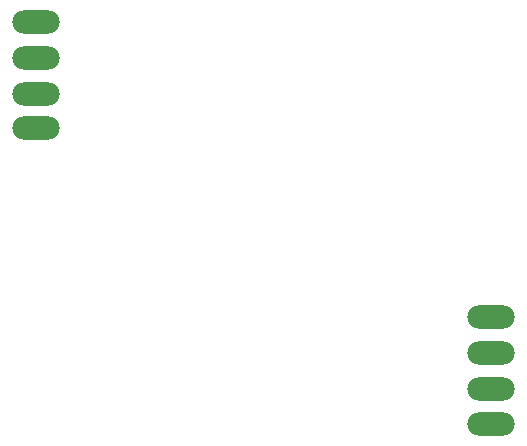
<source format=gbp>
G04 Layer: BottomPasteMaskLayer*
G04 EasyEDA v6.5.48, 2025-04-04 07:46:01*
G04 4687ed6ded954ee48c47ff8f5e5d54f1,b35f8af89abf434ebf5b09c67136b050,10*
G04 Gerber Generator version 0.2*
G04 Scale: 100 percent, Rotated: No, Reflected: No *
G04 Dimensions in millimeters *
G04 leading zeros omitted , absolute positions ,4 integer and 5 decimal *
%FSLAX45Y45*%
%MOMM*%

%ADD10O,3.9999919999999998X1.9999959999999999*%

%LPD*%
D10*
G01*
X2049983Y9055480D03*
G01*
X2049983Y9347580D03*
G01*
X2049983Y9652380D03*
G01*
X2049983Y9957180D03*
G01*
X5899988Y6555486D03*
G01*
X5899988Y6847586D03*
G01*
X5899988Y7152386D03*
G01*
X5899988Y7457186D03*
M02*

</source>
